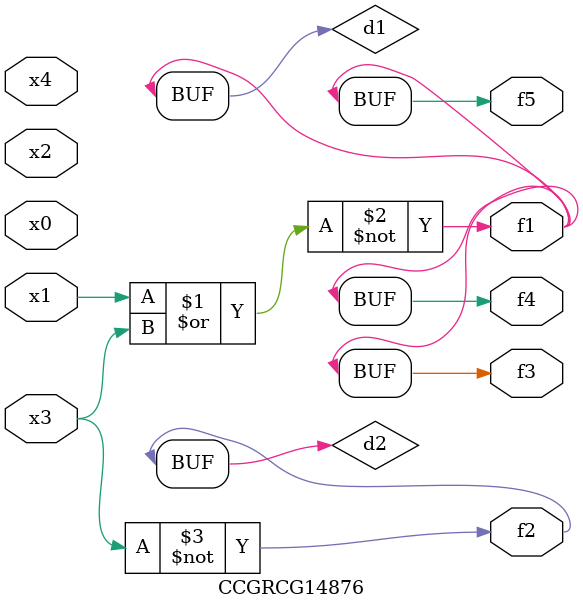
<source format=v>
module CCGRCG14876(
	input x0, x1, x2, x3, x4,
	output f1, f2, f3, f4, f5
);

	wire d1, d2;

	nor (d1, x1, x3);
	not (d2, x3);
	assign f1 = d1;
	assign f2 = d2;
	assign f3 = d1;
	assign f4 = d1;
	assign f5 = d1;
endmodule

</source>
